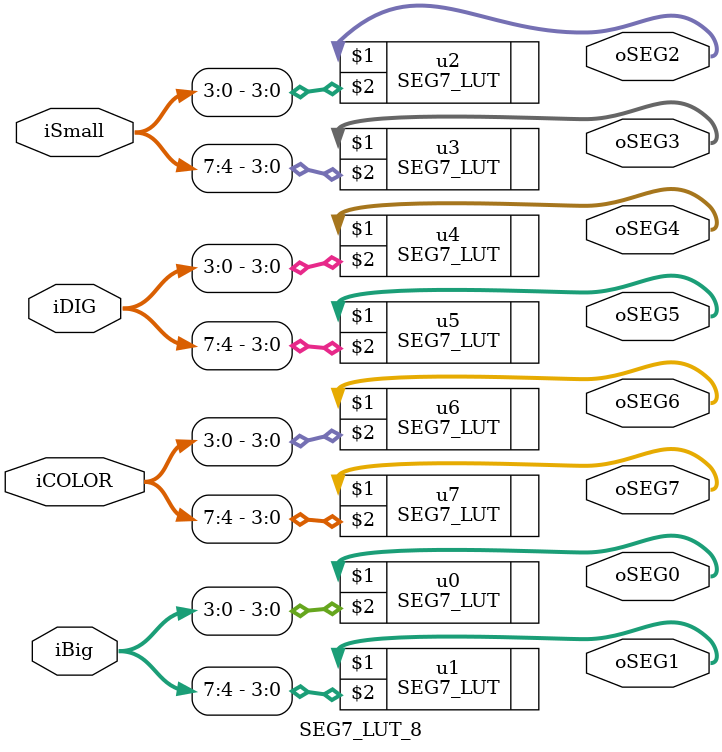
<source format=v>

module SEG7_LUT_8 (	oSEG0,oSEG1,oSEG2,oSEG3,oSEG4,oSEG5,oSEG6,oSEG7,iDIG,iCOLOR,iBig,iSmall );
input	[31:0]	iDIG;
output	[6:0]	oSEG0,oSEG1,oSEG2,oSEG3,oSEG4,oSEG5,oSEG6,oSEG7;
input   [7:0]   iCOLOR, iBig, iSmall;

SEG7_LUT	u0	(	oSEG0,iBig[3:0]		);
SEG7_LUT	u1	(	oSEG1,iBig[7:4]		);
SEG7_LUT	u2	(	oSEG2,iSmall[3:0]	);
SEG7_LUT	u3	(	oSEG3,iSmall[7:4]	);
SEG7_LUT	u4	(	oSEG4,iDIG[3:0]	);
SEG7_LUT	u5	(	oSEG5,iDIG[7:4]	);
SEG7_LUT	u6	(	oSEG6,iCOLOR[3:0]	);
SEG7_LUT	u7	(	oSEG7,iCOLOR[7:4]	);

endmodule
</source>
